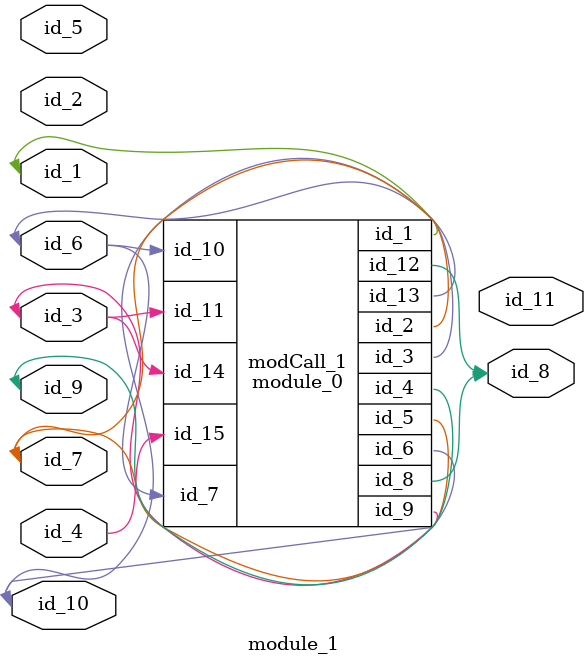
<source format=v>
module module_0 (
    id_1,
    id_2,
    id_3,
    id_4,
    id_5,
    id_6,
    id_7,
    id_8,
    id_9,
    id_10,
    id_11,
    id_12,
    id_13,
    id_14,
    id_15
);
  input wire id_15;
  input wire id_14;
  output wire id_13;
  output wire id_12;
  input wire id_11;
  input wire id_10;
  inout wire id_9;
  output wire id_8;
  input wire id_7;
  output wire id_6;
  output wire id_5;
  inout wire id_4;
  inout wire id_3;
  output wire id_2;
  output wire id_1;
  assign id_3 = 1;
  wire id_16;
  assign id_6 = id_10;
  wire id_17;
  wire id_18;
  wire id_19;
endmodule
module module_1 (
    id_1,
    id_2,
    id_3,
    id_4,
    id_5,
    id_6,
    id_7,
    id_8,
    id_9,
    id_10,
    id_11
);
  output wire id_11;
  inout wire id_10;
  inout wire id_9;
  output wire id_8;
  inout wire id_7;
  inout wire id_6;
  inout wire id_5;
  inout wire id_4;
  inout wire id_3;
  input wire id_2;
  inout wire id_1;
  module_0 modCall_1 (
      id_1,
      id_7,
      id_10,
      id_9,
      id_7,
      id_10,
      id_6,
      id_8,
      id_3,
      id_6,
      id_3,
      id_8,
      id_6,
      id_3,
      id_4
  );
endmodule

</source>
